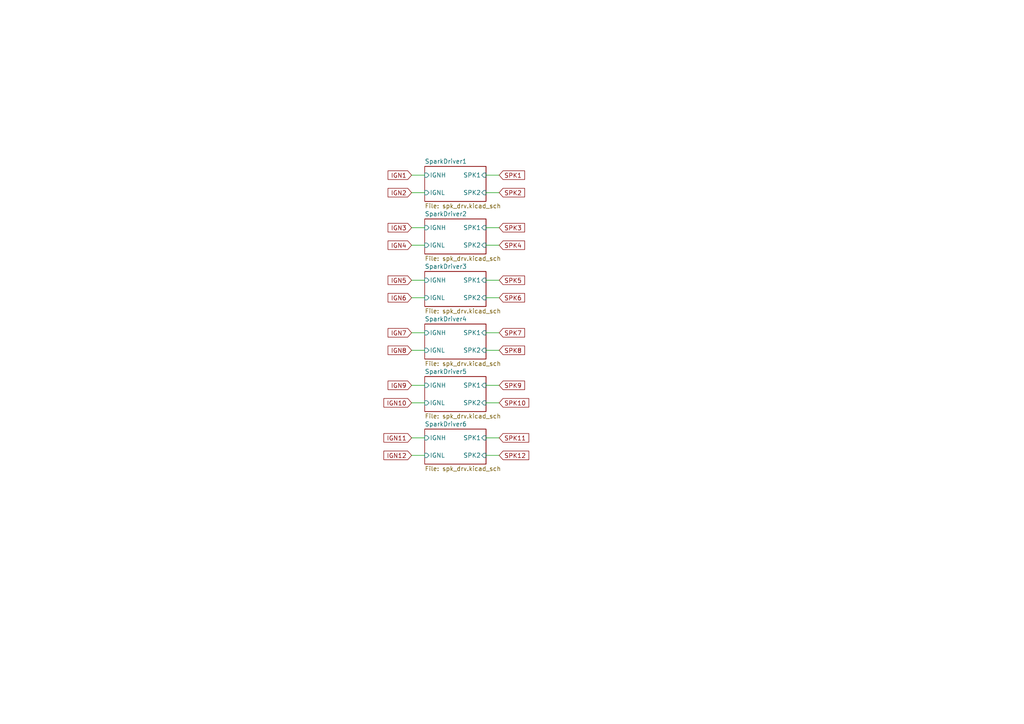
<source format=kicad_sch>
(kicad_sch
	(version 20250114)
	(generator "eeschema")
	(generator_version "9.0")
	(uuid "639ffff5-79f0-4a6b-ba4c-f0650bf52151")
	(paper "A4")
	(lib_symbols)
	(wire
		(pts
			(xy 119.38 111.76) (xy 123.19 111.76)
		)
		(stroke
			(width 0)
			(type default)
		)
		(uuid "0e717ce7-5007-4e90-9916-f6433a851cb6")
	)
	(wire
		(pts
			(xy 140.97 71.12) (xy 144.78 71.12)
		)
		(stroke
			(width 0)
			(type default)
		)
		(uuid "0f186902-5921-4c17-b88a-6b618195b26b")
	)
	(wire
		(pts
			(xy 140.97 116.84) (xy 144.78 116.84)
		)
		(stroke
			(width 0)
			(type default)
		)
		(uuid "1b6cd7ce-4d29-4c55-908b-07020bb405c1")
	)
	(wire
		(pts
			(xy 119.38 96.52) (xy 123.19 96.52)
		)
		(stroke
			(width 0)
			(type default)
		)
		(uuid "25e58c49-ae3d-4451-9d34-062331c627db")
	)
	(wire
		(pts
			(xy 119.38 81.28) (xy 123.19 81.28)
		)
		(stroke
			(width 0)
			(type default)
		)
		(uuid "283140b7-8a6b-4f75-873e-c4071afeb851")
	)
	(wire
		(pts
			(xy 140.97 86.36) (xy 144.78 86.36)
		)
		(stroke
			(width 0)
			(type default)
		)
		(uuid "2e11151a-473a-402f-8f3f-a05672a88270")
	)
	(wire
		(pts
			(xy 119.38 127) (xy 123.19 127)
		)
		(stroke
			(width 0)
			(type default)
		)
		(uuid "34e6d484-fa1c-4e5f-a0c2-69fca3853cf8")
	)
	(wire
		(pts
			(xy 140.97 96.52) (xy 144.78 96.52)
		)
		(stroke
			(width 0)
			(type default)
		)
		(uuid "3650428b-2ac7-4fc5-9baa-c233f4302a28")
	)
	(wire
		(pts
			(xy 119.38 71.12) (xy 123.19 71.12)
		)
		(stroke
			(width 0)
			(type default)
		)
		(uuid "37189ef2-afd1-4707-824c-3a9135cd8e05")
	)
	(wire
		(pts
			(xy 119.38 132.08) (xy 123.19 132.08)
		)
		(stroke
			(width 0)
			(type default)
		)
		(uuid "401f5ae5-ac30-4bdf-8891-640aa04c41fa")
	)
	(wire
		(pts
			(xy 119.38 116.84) (xy 123.19 116.84)
		)
		(stroke
			(width 0)
			(type default)
		)
		(uuid "65dee6f9-961c-404a-8151-7019e7d235a5")
	)
	(wire
		(pts
			(xy 119.38 101.6) (xy 123.19 101.6)
		)
		(stroke
			(width 0)
			(type default)
		)
		(uuid "7cde0552-de6f-47d3-b3bb-91395c782463")
	)
	(wire
		(pts
			(xy 140.97 111.76) (xy 144.78 111.76)
		)
		(stroke
			(width 0)
			(type default)
		)
		(uuid "80f2aa04-2c21-4a39-a033-ab59fdae2672")
	)
	(wire
		(pts
			(xy 140.97 127) (xy 144.78 127)
		)
		(stroke
			(width 0)
			(type default)
		)
		(uuid "8391a37d-fbd8-44af-8021-06fffcafead2")
	)
	(wire
		(pts
			(xy 119.38 55.88) (xy 123.19 55.88)
		)
		(stroke
			(width 0)
			(type default)
		)
		(uuid "8b9bcb59-1c8d-4c41-b7cd-62ee0c8c1710")
	)
	(wire
		(pts
			(xy 140.97 55.88) (xy 144.78 55.88)
		)
		(stroke
			(width 0)
			(type default)
		)
		(uuid "98e83fb5-cb42-41ad-a05d-d96a36fe5241")
	)
	(wire
		(pts
			(xy 119.38 50.8) (xy 123.19 50.8)
		)
		(stroke
			(width 0)
			(type default)
		)
		(uuid "9dd21760-b574-4131-a49d-6e44a60a0697")
	)
	(wire
		(pts
			(xy 140.97 132.08) (xy 144.78 132.08)
		)
		(stroke
			(width 0)
			(type default)
		)
		(uuid "ab1d304a-5b45-4585-a4ad-8261dd683316")
	)
	(wire
		(pts
			(xy 119.38 86.36) (xy 123.19 86.36)
		)
		(stroke
			(width 0)
			(type default)
		)
		(uuid "c73bec4f-0f54-439e-a0ab-d476ac9f1f02")
	)
	(wire
		(pts
			(xy 140.97 50.8) (xy 144.78 50.8)
		)
		(stroke
			(width 0)
			(type default)
		)
		(uuid "cc91f485-09f5-48ef-94b3-a2d18adab7b1")
	)
	(wire
		(pts
			(xy 140.97 81.28) (xy 144.78 81.28)
		)
		(stroke
			(width 0)
			(type default)
		)
		(uuid "e1ffbece-8ace-455f-88c3-2bf2bbb52f6c")
	)
	(wire
		(pts
			(xy 119.38 66.04) (xy 123.19 66.04)
		)
		(stroke
			(width 0)
			(type default)
		)
		(uuid "ef3b2630-511b-49bd-ac53-47998fc0942e")
	)
	(wire
		(pts
			(xy 140.97 66.04) (xy 144.78 66.04)
		)
		(stroke
			(width 0)
			(type default)
		)
		(uuid "fdfeb944-4384-4e7d-b802-d71a7933f325")
	)
	(wire
		(pts
			(xy 140.97 101.6) (xy 144.78 101.6)
		)
		(stroke
			(width 0)
			(type default)
		)
		(uuid "fe3dd16f-3532-4896-b3ee-7b47831eee40")
	)
	(global_label "SPK6"
		(shape input)
		(at 144.78 86.36 0)
		(fields_autoplaced yes)
		(effects
			(font
				(size 1.27 1.27)
			)
			(justify left)
		)
		(uuid "1c7808b6-9c47-448a-b1be-45a1e7d94ab1")
		(property "Intersheetrefs" "${INTERSHEET_REFS}"
			(at 152.7242 86.36 0)
			(effects
				(font
					(size 1.27 1.27)
				)
				(justify left)
				(hide yes)
			)
		)
	)
	(global_label "IGN9"
		(shape input)
		(at 119.38 111.76 180)
		(fields_autoplaced yes)
		(effects
			(font
				(size 1.27 1.27)
			)
			(justify right)
		)
		(uuid "207a0ec0-1dda-4152-ab78-98c379fa4d04")
		(property "Intersheetrefs" "${INTERSHEET_REFS}"
			(at 111.98 111.76 0)
			(effects
				(font
					(size 1.27 1.27)
				)
				(justify right)
				(hide yes)
			)
		)
	)
	(global_label "SPK7"
		(shape input)
		(at 144.78 96.52 0)
		(fields_autoplaced yes)
		(effects
			(font
				(size 1.27 1.27)
			)
			(justify left)
		)
		(uuid "2a915660-830c-4c93-bedc-806f7bf2becb")
		(property "Intersheetrefs" "${INTERSHEET_REFS}"
			(at 152.7242 96.52 0)
			(effects
				(font
					(size 1.27 1.27)
				)
				(justify left)
				(hide yes)
			)
		)
	)
	(global_label "IGN3"
		(shape input)
		(at 119.38 66.04 180)
		(fields_autoplaced yes)
		(effects
			(font
				(size 1.27 1.27)
			)
			(justify right)
		)
		(uuid "33dda9ee-08c1-485e-94cb-cc3eb1e3f06c")
		(property "Intersheetrefs" "${INTERSHEET_REFS}"
			(at 111.98 66.04 0)
			(effects
				(font
					(size 1.27 1.27)
				)
				(justify right)
				(hide yes)
			)
		)
	)
	(global_label "IGN12"
		(shape input)
		(at 119.38 132.08 180)
		(fields_autoplaced yes)
		(effects
			(font
				(size 1.27 1.27)
			)
			(justify right)
		)
		(uuid "4256a8aa-c2d1-41ca-9ae0-f4b65c5431ff")
		(property "Intersheetrefs" "${INTERSHEET_REFS}"
			(at 110.7705 132.08 0)
			(effects
				(font
					(size 1.27 1.27)
				)
				(justify right)
				(hide yes)
			)
		)
	)
	(global_label "IGN2"
		(shape input)
		(at 119.38 55.88 180)
		(fields_autoplaced yes)
		(effects
			(font
				(size 1.27 1.27)
			)
			(justify right)
		)
		(uuid "4aa4cd38-fac7-420e-af9e-6db10eac179e")
		(property "Intersheetrefs" "${INTERSHEET_REFS}"
			(at 111.98 55.88 0)
			(effects
				(font
					(size 1.27 1.27)
				)
				(justify right)
				(hide yes)
			)
		)
	)
	(global_label "SPK1"
		(shape input)
		(at 144.78 50.8 0)
		(fields_autoplaced yes)
		(effects
			(font
				(size 1.27 1.27)
			)
			(justify left)
		)
		(uuid "6970eb17-1fb4-4e40-8d0a-6422d17abef0")
		(property "Intersheetrefs" "${INTERSHEET_REFS}"
			(at 152.7242 50.8 0)
			(effects
				(font
					(size 1.27 1.27)
				)
				(justify left)
				(hide yes)
			)
		)
	)
	(global_label "IGN8"
		(shape input)
		(at 119.38 101.6 180)
		(fields_autoplaced yes)
		(effects
			(font
				(size 1.27 1.27)
			)
			(justify right)
		)
		(uuid "77c17370-eef5-4974-8a9e-93cf828763e6")
		(property "Intersheetrefs" "${INTERSHEET_REFS}"
			(at 111.98 101.6 0)
			(effects
				(font
					(size 1.27 1.27)
				)
				(justify right)
				(hide yes)
			)
		)
	)
	(global_label "SPK12"
		(shape input)
		(at 144.78 132.08 0)
		(fields_autoplaced yes)
		(effects
			(font
				(size 1.27 1.27)
			)
			(justify left)
		)
		(uuid "7b3eb593-2013-4e60-932a-4db0a1ed1146")
		(property "Intersheetrefs" "${INTERSHEET_REFS}"
			(at 153.9337 132.08 0)
			(effects
				(font
					(size 1.27 1.27)
				)
				(justify left)
				(hide yes)
			)
		)
	)
	(global_label "IGN10"
		(shape input)
		(at 119.38 116.84 180)
		(fields_autoplaced yes)
		(effects
			(font
				(size 1.27 1.27)
			)
			(justify right)
		)
		(uuid "8d0c0bb9-0a6f-4b7f-a8d1-2bb10326f961")
		(property "Intersheetrefs" "${INTERSHEET_REFS}"
			(at 110.7705 116.84 0)
			(effects
				(font
					(size 1.27 1.27)
				)
				(justify right)
				(hide yes)
			)
		)
	)
	(global_label "SPK5"
		(shape input)
		(at 144.78 81.28 0)
		(fields_autoplaced yes)
		(effects
			(font
				(size 1.27 1.27)
			)
			(justify left)
		)
		(uuid "99237b01-007b-4bad-9df7-ebc920ee0f92")
		(property "Intersheetrefs" "${INTERSHEET_REFS}"
			(at 152.7242 81.28 0)
			(effects
				(font
					(size 1.27 1.27)
				)
				(justify left)
				(hide yes)
			)
		)
	)
	(global_label "SPK10"
		(shape input)
		(at 144.78 116.84 0)
		(fields_autoplaced yes)
		(effects
			(font
				(size 1.27 1.27)
			)
			(justify left)
		)
		(uuid "a70031ae-23ff-4f93-9478-ea0d1e6136ee")
		(property "Intersheetrefs" "${INTERSHEET_REFS}"
			(at 153.9337 116.84 0)
			(effects
				(font
					(size 1.27 1.27)
				)
				(justify left)
				(hide yes)
			)
		)
	)
	(global_label "IGN11"
		(shape input)
		(at 119.38 127 180)
		(fields_autoplaced yes)
		(effects
			(font
				(size 1.27 1.27)
			)
			(justify right)
		)
		(uuid "a99a7b45-23bb-4d11-ae9d-6427888f34fb")
		(property "Intersheetrefs" "${INTERSHEET_REFS}"
			(at 110.7705 127 0)
			(effects
				(font
					(size 1.27 1.27)
				)
				(justify right)
				(hide yes)
			)
		)
	)
	(global_label "SPK9"
		(shape input)
		(at 144.78 111.76 0)
		(fields_autoplaced yes)
		(effects
			(font
				(size 1.27 1.27)
			)
			(justify left)
		)
		(uuid "ab434117-4880-4b76-b592-f6b89f299d6f")
		(property "Intersheetrefs" "${INTERSHEET_REFS}"
			(at 152.7242 111.76 0)
			(effects
				(font
					(size 1.27 1.27)
				)
				(justify left)
				(hide yes)
			)
		)
	)
	(global_label "SPK4"
		(shape input)
		(at 144.78 71.12 0)
		(fields_autoplaced yes)
		(effects
			(font
				(size 1.27 1.27)
			)
			(justify left)
		)
		(uuid "c36a0d87-52b1-4f58-a98a-c53767894d2a")
		(property "Intersheetrefs" "${INTERSHEET_REFS}"
			(at 152.7242 71.12 0)
			(effects
				(font
					(size 1.27 1.27)
				)
				(justify left)
				(hide yes)
			)
		)
	)
	(global_label "IGN1"
		(shape input)
		(at 119.38 50.8 180)
		(fields_autoplaced yes)
		(effects
			(font
				(size 1.27 1.27)
			)
			(justify right)
		)
		(uuid "ce46ba18-0bfe-4b73-a8fa-c60a68960641")
		(property "Intersheetrefs" "${INTERSHEET_REFS}"
			(at 111.98 50.8 0)
			(effects
				(font
					(size 1.27 1.27)
				)
				(justify right)
				(hide yes)
			)
		)
	)
	(global_label "IGN6"
		(shape input)
		(at 119.38 86.36 180)
		(fields_autoplaced yes)
		(effects
			(font
				(size 1.27 1.27)
			)
			(justify right)
		)
		(uuid "d306113c-b20c-4d95-92c1-bf4dc4e2c4be")
		(property "Intersheetrefs" "${INTERSHEET_REFS}"
			(at 111.98 86.36 0)
			(effects
				(font
					(size 1.27 1.27)
				)
				(justify right)
				(hide yes)
			)
		)
	)
	(global_label "IGN4"
		(shape input)
		(at 119.38 71.12 180)
		(fields_autoplaced yes)
		(effects
			(font
				(size 1.27 1.27)
			)
			(justify right)
		)
		(uuid "d3d4a0d4-d04e-4787-8557-285903b445e3")
		(property "Intersheetrefs" "${INTERSHEET_REFS}"
			(at 111.98 71.12 0)
			(effects
				(font
					(size 1.27 1.27)
				)
				(justify right)
				(hide yes)
			)
		)
	)
	(global_label "SPK11"
		(shape input)
		(at 144.78 127 0)
		(fields_autoplaced yes)
		(effects
			(font
				(size 1.27 1.27)
			)
			(justify left)
		)
		(uuid "d6661d49-ff91-45c7-8e79-1ef79b1ce6a3")
		(property "Intersheetrefs" "${INTERSHEET_REFS}"
			(at 153.9337 127 0)
			(effects
				(font
					(size 1.27 1.27)
				)
				(justify left)
				(hide yes)
			)
		)
	)
	(global_label "SPK8"
		(shape input)
		(at 144.78 101.6 0)
		(fields_autoplaced yes)
		(effects
			(font
				(size 1.27 1.27)
			)
			(justify left)
		)
		(uuid "db6f80cb-4cf7-4718-9a13-fefca71b4759")
		(property "Intersheetrefs" "${INTERSHEET_REFS}"
			(at 152.7242 101.6 0)
			(effects
				(font
					(size 1.27 1.27)
				)
				(justify left)
				(hide yes)
			)
		)
	)
	(global_label "IGN7"
		(shape input)
		(at 119.38 96.52 180)
		(fields_autoplaced yes)
		(effects
			(font
				(size 1.27 1.27)
			)
			(justify right)
		)
		(uuid "dd93c0cf-fff8-4ec9-a760-dc8effb1a7ac")
		(property "Intersheetrefs" "${INTERSHEET_REFS}"
			(at 111.98 96.52 0)
			(effects
				(font
					(size 1.27 1.27)
				)
				(justify right)
				(hide yes)
			)
		)
	)
	(global_label "SPK2"
		(shape input)
		(at 144.78 55.88 0)
		(fields_autoplaced yes)
		(effects
			(font
				(size 1.27 1.27)
			)
			(justify left)
		)
		(uuid "e8c78c27-c968-4a96-a37e-678b6844b61d")
		(property "Intersheetrefs" "${INTERSHEET_REFS}"
			(at 152.7242 55.88 0)
			(effects
				(font
					(size 1.27 1.27)
				)
				(justify left)
				(hide yes)
			)
		)
	)
	(global_label "IGN5"
		(shape input)
		(at 119.38 81.28 180)
		(fields_autoplaced yes)
		(effects
			(font
				(size 1.27 1.27)
			)
			(justify right)
		)
		(uuid "fd1c415c-e140-4618-8476-7ce04a37b7bf")
		(property "Intersheetrefs" "${INTERSHEET_REFS}"
			(at 111.98 81.28 0)
			(effects
				(font
					(size 1.27 1.27)
				)
				(justify right)
				(hide yes)
			)
		)
	)
	(global_label "SPK3"
		(shape input)
		(at 144.78 66.04 0)
		(fields_autoplaced yes)
		(effects
			(font
				(size 1.27 1.27)
			)
			(justify left)
		)
		(uuid "fe35cc5e-ee67-4fcd-af16-bdcf265e0598")
		(property "Intersheetrefs" "${INTERSHEET_REFS}"
			(at 152.7242 66.04 0)
			(effects
				(font
					(size 1.27 1.27)
				)
				(justify left)
				(hide yes)
			)
		)
	)
	(sheet
		(at 123.19 109.22)
		(size 17.78 10.16)
		(exclude_from_sim no)
		(in_bom yes)
		(on_board yes)
		(dnp no)
		(fields_autoplaced yes)
		(stroke
			(width 0.1524)
			(type solid)
		)
		(fill
			(color 0 0 0 0.0000)
		)
		(uuid "0689b33d-faf1-421d-b884-c9e3002e6e5b")
		(property "Sheetname" "SparkDriver5"
			(at 123.19 108.5084 0)
			(effects
				(font
					(size 1.27 1.27)
				)
				(justify left bottom)
			)
		)
		(property "Sheetfile" "spk_drv.kicad_sch"
			(at 123.19 119.9646 0)
			(effects
				(font
					(size 1.27 1.27)
				)
				(justify left top)
			)
		)
		(pin "IGNH" input
			(at 123.19 111.76 180)
			(uuid "de217e66-5fc0-47ad-a866-9a9aeb2dc74a")
			(effects
				(font
					(size 1.27 1.27)
				)
				(justify left)
			)
		)
		(pin "IGNL" input
			(at 123.19 116.84 180)
			(uuid "7b90a7fb-1917-4c2c-841e-63f5a968ca77")
			(effects
				(font
					(size 1.27 1.27)
				)
				(justify left)
			)
		)
		(pin "SPK1" input
			(at 140.97 111.76 0)
			(uuid "ec87d167-7826-4a51-be70-7f211f376f7b")
			(effects
				(font
					(size 1.27 1.27)
				)
				(justify right)
			)
		)
		(pin "SPK2" input
			(at 140.97 116.84 0)
			(uuid "0b2a5bb8-deca-4105-8527-a4454ddfa7a4")
			(effects
				(font
					(size 1.27 1.27)
				)
				(justify right)
			)
		)
		(instances
			(project "RT_STACK"
				(path "/aecebbe1-c1e7-4c9e-b2cc-da245269db2e/e5517683-88e9-489d-b7ea-3314be20c3ad"
					(page "14")
				)
			)
		)
	)
	(sheet
		(at 123.19 78.74)
		(size 17.78 10.16)
		(exclude_from_sim no)
		(in_bom yes)
		(on_board yes)
		(dnp no)
		(fields_autoplaced yes)
		(stroke
			(width 0.1524)
			(type solid)
		)
		(fill
			(color 0 0 0 0.0000)
		)
		(uuid "1544b095-06a5-47fb-8238-93e600db04af")
		(property "Sheetname" "SparkDriver3"
			(at 123.19 78.0284 0)
			(effects
				(font
					(size 1.27 1.27)
				)
				(justify left bottom)
			)
		)
		(property "Sheetfile" "spk_drv.kicad_sch"
			(at 123.19 89.4846 0)
			(effects
				(font
					(size 1.27 1.27)
				)
				(justify left top)
			)
		)
		(pin "IGNH" input
			(at 123.19 81.28 180)
			(uuid "bd5c7cd0-84a7-47c0-8928-b237ce41ce59")
			(effects
				(font
					(size 1.27 1.27)
				)
				(justify left)
			)
		)
		(pin "IGNL" input
			(at 123.19 86.36 180)
			(uuid "157b6121-5fc7-41f5-b162-eef122767c87")
			(effects
				(font
					(size 1.27 1.27)
				)
				(justify left)
			)
		)
		(pin "SPK1" input
			(at 140.97 81.28 0)
			(uuid "ebac1bde-5f7d-4de0-a847-2250a6952fe1")
			(effects
				(font
					(size 1.27 1.27)
				)
				(justify right)
			)
		)
		(pin "SPK2" input
			(at 140.97 86.36 0)
			(uuid "9978f74c-1561-4416-a0e6-36f16066bb9e")
			(effects
				(font
					(size 1.27 1.27)
				)
				(justify right)
			)
		)
		(instances
			(project "RT_STACK"
				(path "/aecebbe1-c1e7-4c9e-b2cc-da245269db2e/e5517683-88e9-489d-b7ea-3314be20c3ad"
					(page "12")
				)
			)
		)
	)
	(sheet
		(at 123.19 93.98)
		(size 17.78 10.16)
		(exclude_from_sim no)
		(in_bom yes)
		(on_board yes)
		(dnp no)
		(fields_autoplaced yes)
		(stroke
			(width 0.1524)
			(type solid)
		)
		(fill
			(color 0 0 0 0.0000)
		)
		(uuid "185d016f-1373-4342-96c3-ae1586ffa082")
		(property "Sheetname" "SparkDriver4"
			(at 123.19 93.2684 0)
			(effects
				(font
					(size 1.27 1.27)
				)
				(justify left bottom)
			)
		)
		(property "Sheetfile" "spk_drv.kicad_sch"
			(at 123.19 104.7246 0)
			(effects
				(font
					(size 1.27 1.27)
				)
				(justify left top)
			)
		)
		(pin "IGNH" input
			(at 123.19 96.52 180)
			(uuid "476418ad-b3f5-4dda-b29c-1b7ec55f5811")
			(effects
				(font
					(size 1.27 1.27)
				)
				(justify left)
			)
		)
		(pin "IGNL" input
			(at 123.19 101.6 180)
			(uuid "44546779-0b7e-436e-911e-dd9d656f2ae9")
			(effects
				(font
					(size 1.27 1.27)
				)
				(justify left)
			)
		)
		(pin "SPK1" input
			(at 140.97 96.52 0)
			(uuid "cd354ffc-217c-4273-8b67-d86549b81957")
			(effects
				(font
					(size 1.27 1.27)
				)
				(justify right)
			)
		)
		(pin "SPK2" input
			(at 140.97 101.6 0)
			(uuid "0562cfa2-9652-46a8-bf71-c031c81e0d6e")
			(effects
				(font
					(size 1.27 1.27)
				)
				(justify right)
			)
		)
		(instances
			(project "RT_STACK"
				(path "/aecebbe1-c1e7-4c9e-b2cc-da245269db2e/e5517683-88e9-489d-b7ea-3314be20c3ad"
					(page "13")
				)
			)
		)
	)
	(sheet
		(at 123.19 63.5)
		(size 17.78 10.16)
		(exclude_from_sim no)
		(in_bom yes)
		(on_board yes)
		(dnp no)
		(fields_autoplaced yes)
		(stroke
			(width 0.1524)
			(type solid)
		)
		(fill
			(color 0 0 0 0.0000)
		)
		(uuid "2aa7f926-d85f-434b-bacc-653b1346390d")
		(property "Sheetname" "SparkDriver2"
			(at 123.19 62.7884 0)
			(effects
				(font
					(size 1.27 1.27)
				)
				(justify left bottom)
			)
		)
		(property "Sheetfile" "spk_drv.kicad_sch"
			(at 123.19 74.2446 0)
			(effects
				(font
					(size 1.27 1.27)
				)
				(justify left top)
			)
		)
		(pin "IGNH" input
			(at 123.19 66.04 180)
			(uuid "b8df6382-218c-4629-a622-3046568d1c8b")
			(effects
				(font
					(size 1.27 1.27)
				)
				(justify left)
			)
		)
		(pin "IGNL" input
			(at 123.19 71.12 180)
			(uuid "cfc4e59f-fafc-4b1c-b13e-687ebdd8b340")
			(effects
				(font
					(size 1.27 1.27)
				)
				(justify left)
			)
		)
		(pin "SPK1" input
			(at 140.97 66.04 0)
			(uuid "c38b6de8-ee27-46fe-a9c4-264894bd8fbb")
			(effects
				(font
					(size 1.27 1.27)
				)
				(justify right)
			)
		)
		(pin "SPK2" input
			(at 140.97 71.12 0)
			(uuid "7893fcaa-2a1a-4b54-901c-74492cd5c2b2")
			(effects
				(font
					(size 1.27 1.27)
				)
				(justify right)
			)
		)
		(instances
			(project "RT_STACK"
				(path "/aecebbe1-c1e7-4c9e-b2cc-da245269db2e/e5517683-88e9-489d-b7ea-3314be20c3ad"
					(page "11")
				)
			)
		)
	)
	(sheet
		(at 123.19 48.26)
		(size 17.78 10.16)
		(exclude_from_sim no)
		(in_bom yes)
		(on_board yes)
		(dnp no)
		(fields_autoplaced yes)
		(stroke
			(width 0.1524)
			(type solid)
		)
		(fill
			(color 0 0 0 0.0000)
		)
		(uuid "bf5b8868-65fa-4d33-b439-2c0df999aef1")
		(property "Sheetname" "SparkDriver1"
			(at 123.19 47.5484 0)
			(effects
				(font
					(size 1.27 1.27)
				)
				(justify left bottom)
			)
		)
		(property "Sheetfile" "spk_drv.kicad_sch"
			(at 123.19 59.0046 0)
			(effects
				(font
					(size 1.27 1.27)
				)
				(justify left top)
			)
		)
		(pin "IGNH" input
			(at 123.19 50.8 180)
			(uuid "25c8870b-884f-4367-872e-a0eda9fc9e92")
			(effects
				(font
					(size 1.27 1.27)
				)
				(justify left)
			)
		)
		(pin "IGNL" input
			(at 123.19 55.88 180)
			(uuid "c6b10cdb-70ba-4af3-a9f8-0122102f2fc5")
			(effects
				(font
					(size 1.27 1.27)
				)
				(justify left)
			)
		)
		(pin "SPK1" input
			(at 140.97 50.8 0)
			(uuid "c7ee81cb-03af-4d46-921b-e58d129541ba")
			(effects
				(font
					(size 1.27 1.27)
				)
				(justify right)
			)
		)
		(pin "SPK2" input
			(at 140.97 55.88 0)
			(uuid "19b0111e-2fe5-4677-aa95-0a8b03522bae")
			(effects
				(font
					(size 1.27 1.27)
				)
				(justify right)
			)
		)
		(instances
			(project "RT_STACK"
				(path "/aecebbe1-c1e7-4c9e-b2cc-da245269db2e/e5517683-88e9-489d-b7ea-3314be20c3ad"
					(page "10")
				)
			)
		)
	)
	(sheet
		(at 123.19 124.46)
		(size 17.78 10.16)
		(exclude_from_sim no)
		(in_bom yes)
		(on_board yes)
		(dnp no)
		(fields_autoplaced yes)
		(stroke
			(width 0.1524)
			(type solid)
		)
		(fill
			(color 0 0 0 0.0000)
		)
		(uuid "efc66dd1-25f8-4ee2-aefa-b288c2f28f1c")
		(property "Sheetname" "SparkDriver6"
			(at 123.19 123.7484 0)
			(effects
				(font
					(size 1.27 1.27)
				)
				(justify left bottom)
			)
		)
		(property "Sheetfile" "spk_drv.kicad_sch"
			(at 123.19 135.2046 0)
			(effects
				(font
					(size 1.27 1.27)
				)
				(justify left top)
			)
		)
		(pin "IGNH" input
			(at 123.19 127 180)
			(uuid "70ae45e3-bc1b-496c-83a0-ea1a10ec1791")
			(effects
				(font
					(size 1.27 1.27)
				)
				(justify left)
			)
		)
		(pin "IGNL" input
			(at 123.19 132.08 180)
			(uuid "d482b602-b6a1-4470-9f62-5080ec7c9306")
			(effects
				(font
					(size 1.27 1.27)
				)
				(justify left)
			)
		)
		(pin "SPK1" input
			(at 140.97 127 0)
			(uuid "b94b59d0-899f-457f-9f72-b5f2c073db35")
			(effects
				(font
					(size 1.27 1.27)
				)
				(justify right)
			)
		)
		(pin "SPK2" input
			(at 140.97 132.08 0)
			(uuid "db421a5e-7824-4634-9560-ad0f95c7b200")
			(effects
				(font
					(size 1.27 1.27)
				)
				(justify right)
			)
		)
		(instances
			(project "RT_STACK"
				(path "/aecebbe1-c1e7-4c9e-b2cc-da245269db2e/e5517683-88e9-489d-b7ea-3314be20c3ad"
					(page "15")
				)
			)
		)
	)
)

</source>
